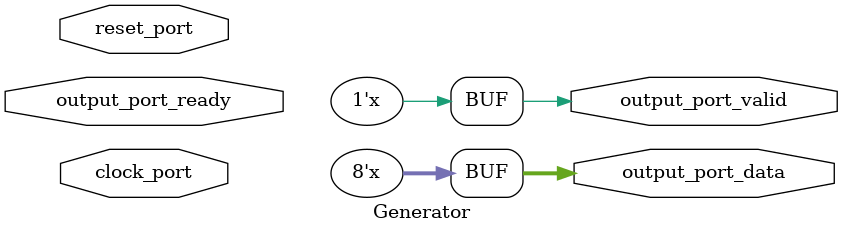
<source format=sv>
module top (
	input logic clk,
	input logic rst
);

	logic data_valid;
	logic [7:0] data_data;
	logic data_ready;

	Generator u (
		.output_port_data(data_data),
		.output_port_ready(data_ready),
		.output_port_valid(data_valid),

		.clock_port(clk),
		.reset_port(rst)
	);

	Checker u1 (
		.input_port_data(data_data),
		.input_port_ready(data_ready),
		.input_port_valid(data_valid),

		.clock_port(clk),
		.reset_port(rst)
	);

endmodule


////////////////////////////////////////////////////////////////////////////////
// Checker
////////////////////////////////////////////////////////////////////////////////
module Checker (
	input logic [7:0] input_port_data,
	output logic input_port_ready,
	input logic input_port_valid,

	input logic clock_port,
	input logic reset_port
);

	logic [7:0] data_members_data;

	assign data_members_data = input_port_data;
	assign input_port_ready = 1'hx;
endmodule


////////////////////////////////////////////////////////////////////////////////
// Generator
////////////////////////////////////////////////////////////////////////////////
module Generator (
	output logic [7:0] output_port_data,
	input logic output_port_ready,
	output logic output_port_valid,

	input logic clock_port,
	input logic reset_port
);

	assign output_port_valid = 1'hx;
	assign output_port_data = 8'hx;
endmodule



</source>
